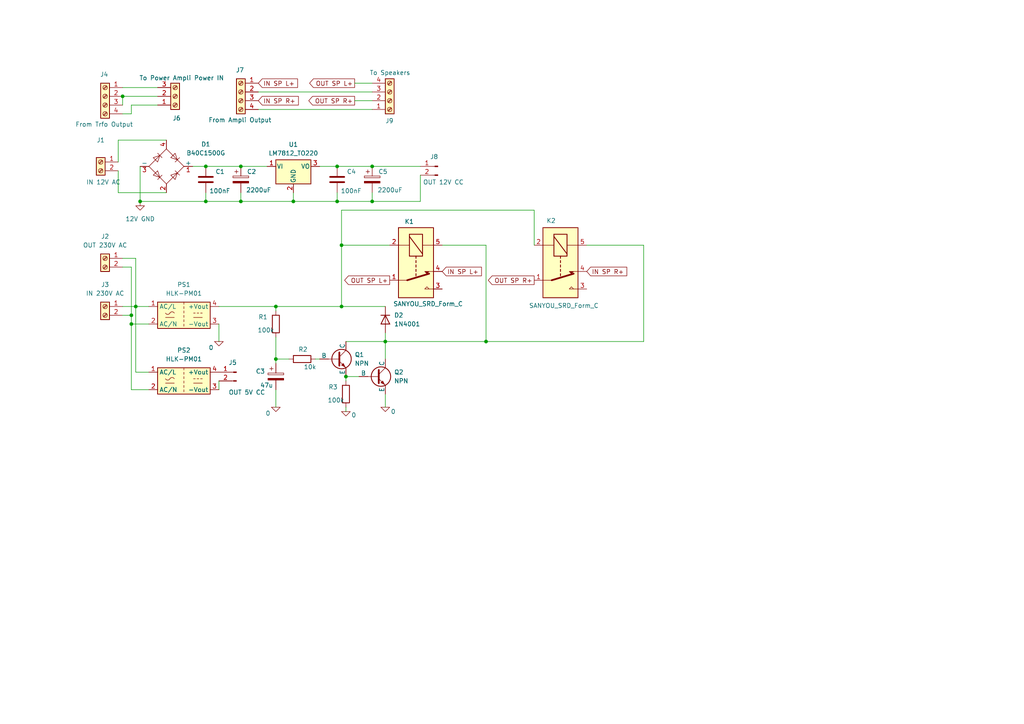
<source format=kicad_sch>
(kicad_sch (version 20250114) (generator "eeschema") (generator_version "9.0")
  (paper "A4")
  (lib_symbols
    (symbol "Connector:Conn_01x02_Pin" (pin_names (offset 1.016) (hide yes))
      (property "Reference" "J" (at 0 2.54 0))
      (property "Value" "Conn_01x02_Pin" (at 0 -5.08 0))
      (symbol "Conn_01x02_Pin_1_1"
        (rectangle (start 0.8636 0.127) (end 0 -0.127) (stroke (width 0.1524)) (fill (type outline)))
        (rectangle (start 0.8636 -2.413) (end 0 -2.667) (stroke (width 0.1524)) (fill (type outline)))
        (polyline (pts (xy 1.27 0) (xy 0.8636 0)) (stroke (width 0.1524)))
        (polyline (pts (xy 1.27 -2.54) (xy 0.8636 -2.54)) (stroke (width 0.1524)))
        (pin passive line (at 5.08 0 180) (length 3.81) (name "Pin_1") (number "1"))
        (pin passive line (at 5.08 -2.54 180) (length 3.81) (name "Pin_2") (number "2"))
      )
    )
    (symbol "Connector:Screw_Terminal_01x02" (pin_names (offset 1.016) (hide yes))
      (property "Reference" "J" (at 0 2.54 0))
      (property "Value" "Screw_Terminal_01x02" (at 0 -5.08 0))
      (symbol "Screw_Terminal_01x02_1_1"
        (rectangle (start -1.27 1.27) (end 1.27 -3.81) (stroke (width 0.254)) (fill (type background)))
        (polyline (pts (xy -0.5334 0.3302) (xy 0.3302 -0.508)) (stroke (width 0.1524)))
        (polyline (pts (xy -0.5334 -2.2098) (xy 0.3302 -3.048)) (stroke (width 0.1524)))
        (polyline (pts (xy -0.3556 0.508) (xy 0.508 -0.3302)) (stroke (width 0.1524)))
        (polyline (pts (xy -0.3556 -2.032) (xy 0.508 -2.8702)) (stroke (width 0.1524)))
        (circle (center 0 0) (radius 0.635) (stroke (width 0.1524)))
        (circle (center 0 -2.54) (radius 0.635) (stroke (width 0.1524)))
        (pin passive line (at -5.08 0 0) (length 3.81) (name "Pin_1") (number "1"))
        (pin passive line (at -5.08 -2.54 0) (length 3.81) (name "Pin_2") (number "2"))
      )
    )
    (symbol "Connector:Screw_Terminal_01x03" (pin_names (offset 1.016) (hide yes))
      (property "Reference" "J" (at 0 5.08 0))
      (property "Value" "Screw_Terminal_01x03" (at 0 -5.08 0))
      (symbol "Screw_Terminal_01x03_1_1"
        (rectangle (start -1.27 3.81) (end 1.27 -3.81) (stroke (width 0.254)) (fill (type background)))
        (polyline (pts (xy -0.5334 2.8702) (xy 0.3302 2.032)) (stroke (width 0.1524)))
        (polyline (pts (xy -0.5334 0.3302) (xy 0.3302 -0.508)) (stroke (width 0.1524)))
        (polyline (pts (xy -0.5334 -2.2098) (xy 0.3302 -3.048)) (stroke (width 0.1524)))
        (polyline (pts (xy -0.3556 3.048) (xy 0.508 2.2098)) (stroke (width 0.1524)))
        (polyline (pts (xy -0.3556 0.508) (xy 0.508 -0.3302)) (stroke (width 0.1524)))
        (polyline (pts (xy -0.3556 -2.032) (xy 0.508 -2.8702)) (stroke (width 0.1524)))
        (circle (center 0 2.54) (radius 0.635) (stroke (width 0.1524)))
        (circle (center 0 0) (radius 0.635) (stroke (width 0.1524)))
        (circle (center 0 -2.54) (radius 0.635) (stroke (width 0.1524)))
        (pin passive line (at -5.08 2.54 0) (length 3.81) (name "Pin_1") (number "1"))
        (pin passive line (at -5.08 0 0) (length 3.81) (name "Pin_2") (number "2"))
        (pin passive line (at -5.08 -2.54 0) (length 3.81) (name "Pin_3") (number "3"))
      )
    )
    (symbol "Connector:Screw_Terminal_01x04" (pin_names (offset 1.016) (hide yes))
      (property "Reference" "J" (at 0 5.08 0))
      (property "Value" "Screw_Terminal_01x04" (at 0 -7.62 0))
      (symbol "Screw_Terminal_01x04_1_1"
        (rectangle (start -1.27 3.81) (end 1.27 -6.35) (stroke (width 0.254)) (fill (type background)))
        (polyline (pts (xy -0.5334 2.8702) (xy 0.3302 2.032)) (stroke (width 0.1524)))
        (polyline (pts (xy -0.5334 0.3302) (xy 0.3302 -0.508)) (stroke (width 0.1524)))
        (polyline (pts (xy -0.5334 -2.2098) (xy 0.3302 -3.048)) (stroke (width 0.1524)))
        (polyline (pts (xy -0.5334 -4.7498) (xy 0.3302 -5.588)) (stroke (width 0.1524)))
        (polyline (pts (xy -0.3556 3.048) (xy 0.508 2.2098)) (stroke (width 0.1524)))
        (polyline (pts (xy -0.3556 0.508) (xy 0.508 -0.3302)) (stroke (width 0.1524)))
        (polyline (pts (xy -0.3556 -2.032) (xy 0.508 -2.8702)) (stroke (width 0.1524)))
        (polyline (pts (xy -0.3556 -4.572) (xy 0.508 -5.4102)) (stroke (width 0.1524)))
        (circle (center 0 2.54) (radius 0.635) (stroke (width 0.1524)))
        (circle (center 0 0) (radius 0.635) (stroke (width 0.1524)))
        (circle (center 0 -2.54) (radius 0.635) (stroke (width 0.1524)))
        (circle (center 0 -5.08) (radius 0.635) (stroke (width 0.1524)))
        (pin passive line (at -5.08 2.54 0) (length 3.81) (name "Pin_1") (number "1"))
        (pin passive line (at -5.08 0 0) (length 3.81) (name "Pin_2") (number "2"))
        (pin passive line (at -5.08 -2.54 0) (length 3.81) (name "Pin_3") (number "3"))
        (pin passive line (at -5.08 -5.08 0) (length 3.81) (name "Pin_4") (number "4"))
      )
    )
    (symbol "Converter_ACDC:HLK-PM01"
      (property "Reference" "PS" (at 0 5.08 0))
      (property "Value" "HLK-PM01" (at 0 -5.08 0))
      (symbol "HLK-PM01_0_1"
        (rectangle (start -7.62 3.81) (end 7.62 -3.81) (stroke (width 0.254)) (fill (type background)))
        (polyline (pts (xy -5.334 -0.635) (xy -2.794 -0.635)))
        (arc (start -4.064 0.635) (mid -4.699 0.2495) (end -5.334 0.635))
        (arc (start -4.064 0.635) (mid -3.429 1.0072) (end -2.794 0.635))
        (polyline (pts (xy 0 3.81) (xy 0 3.175)))
        (polyline (pts (xy 0 2.54) (xy 0 1.905)))
        (polyline (pts (xy 0 1.27) (xy 0 0.635)))
        (polyline (pts (xy 0 0) (xy 0 -0.635)))
        (polyline (pts (xy 0 -1.27) (xy 0 -1.905)))
        (polyline (pts (xy 0 -2.54) (xy 0 -3.175)))
        (polyline (pts (xy 2.794 0.635) (xy 3.302 0.635)))
        (polyline (pts (xy 2.794 -0.635) (xy 5.334 -0.635)))
        (polyline (pts (xy 3.81 0.635) (xy 4.318 0.635)))
        (polyline (pts (xy 4.826 0.635) (xy 5.334 0.635)))
      )
      (symbol "HLK-PM01_1_1"
        (pin power_in line (at -10.16 2.54 0) (length 2.54) (name "AC/L") (number "1"))
        (pin power_in line (at -10.16 -2.54 0) (length 2.54) (name "AC/N") (number "2"))
        (pin power_out line (at 10.16 2.54 180) (length 2.54) (name "+Vout") (number "4"))
        (pin power_out line (at 10.16 -2.54 180) (length 2.54) (name "-Vout") (number "3"))
      )
    )
    (symbol "Device:C" (pin_numbers (hide yes)) (pin_names (offset 0.254))
      (property "Reference" "C" (at 0.635 2.54 0))
      (property "Value" "C" (at 0.635 -2.54 0))
      (symbol "C_0_1"
        (polyline (pts (xy -2.032 0.762) (xy 2.032 0.762)) (stroke (width 0.508)))
        (polyline (pts (xy -2.032 -0.762) (xy 2.032 -0.762)) (stroke (width 0.508)))
      )
      (symbol "C_1_1"
        (pin passive line (at 0 3.81 270) (length 2.794) (name "~") (number "1"))
        (pin passive line (at 0 -3.81 90) (length 2.794) (name "~") (number "2"))
      )
    )
    (symbol "Device:C_Polarized" (pin_numbers (hide yes)) (pin_names (offset 0.254))
      (property "Reference" "C" (at 0.635 2.54 0))
      (property "Value" "C_Polarized" (at 0.635 -2.54 0))
      (symbol "C_Polarized_0_1"
        (rectangle (start -2.286 0.508) (end 2.286 1.016))
        (polyline (pts (xy -1.778 2.286) (xy -0.762 2.286)))
        (polyline (pts (xy -1.27 2.794) (xy -1.27 1.778)))
        (rectangle (start 2.286 -0.508) (end -2.286 -1.016) (fill (type outline)))
      )
      (symbol "C_Polarized_1_1"
        (pin passive line (at 0 3.81 270) (length 2.794) (name "~") (number "1"))
        (pin passive line (at 0 -3.81 90) (length 2.794) (name "~") (number "2"))
      )
    )
    (symbol "Device:R" (pin_numbers (hide yes)) (pin_names (offset 0))
      (property "Reference" "R" (at 2.032 0 90))
      (property "Value" "R" (at 0 0 90))
      (symbol "R_0_1"
        (rectangle (start -1.016 -2.54) (end 1.016 2.54) (stroke (width 0.254)))
      )
      (symbol "R_1_1"
        (pin passive line (at 0 3.81 270) (length 1.27) (name "~") (number "1"))
        (pin passive line (at 0 -3.81 90) (length 1.27) (name "~") (number "2"))
      )
    )
    (symbol "Diode:1N4001" (pin_numbers (hide yes)) (pin_names (hide yes))
      (property "Reference" "D" (at 0 2.54 0))
      (property "Value" "1N4001" (at 0 -2.54 0))
      (symbol "1N4001_0_1"
        (polyline (pts (xy -1.27 1.27) (xy -1.27 -1.27)) (stroke (width 0.254)))
        (polyline (pts (xy 1.27 1.27) (xy 1.27 -1.27) (xy -1.27 0) (xy 1.27 1.27)) (stroke (width 0.254)))
        (polyline (pts (xy 1.27 0) (xy -1.27 0)))
      )
      (symbol "1N4001_1_1"
        (pin passive line (at -3.81 0 0) (length 2.54) (name "K") (number "1"))
        (pin passive line (at 3.81 0 180) (length 2.54) (name "A") (number "2"))
      )
    )
    (symbol "Diode_Bridge:B40C1500G" (pin_names (offset 0))
      (property "Reference" "D" (at 2.54 6.985 0))
      (property "Value" "B40C1500G" (at 2.54 5.08 0))
      (symbol "B40C1500G_0_1"
        (polyline (pts (xy -5.08 0) (xy 0 -5.08) (xy 5.08 0) (xy 0 5.08) (xy -5.08 0)))
        (polyline (pts (xy -3.81 2.54) (xy -2.54 1.27) (xy -1.905 3.175) (xy -3.81 2.54)))
        (polyline (pts (xy -2.54 3.81) (xy -1.27 2.54)))
        (polyline (pts (xy -2.54 -1.27) (xy -3.81 -2.54) (xy -1.905 -3.175) (xy -2.54 -1.27)))
        (polyline (pts (xy -1.27 -2.54) (xy -2.54 -3.81)))
        (polyline (pts (xy 1.27 2.54) (xy 2.54 3.81) (xy 3.175 1.905) (xy 1.27 2.54)))
        (polyline (pts (xy 2.54 1.27) (xy 3.81 2.54)))
        (polyline (pts (xy 2.54 -1.27) (xy 3.81 -2.54)))
        (polyline (pts (xy 3.175 -1.905) (xy 1.27 -2.54) (xy 2.54 -3.81) (xy 3.175 -1.905)))
      )
      (symbol "B40C1500G_1_1"
        (pin passive line (at -7.62 0 0) (length 2.54) (name "-") (number "3"))
        (pin passive line (at 0 7.62 270) (length 2.54) (name "~") (number "4"))
        (pin passive line (at 0 -7.62 90) (length 2.54) (name "~") (number "2"))
        (pin passive line (at 7.62 0 180) (length 2.54) (name "+") (number "1"))
      )
    )
    (symbol "Regulator_Linear:LM7812_TO220" (pin_names (offset 0.254))
      (property "Reference" "U" (at -3.81 3.175 0))
      (property "Value" "LM7812_TO220" (at 0 3.175 0))
      (symbol "LM7812_TO220_0_1"
        (rectangle (start -5.08 1.905) (end 5.08 -5.08) (stroke (width 0.254)) (fill (type background)))
      )
      (symbol "LM7812_TO220_1_1"
        (pin power_in line (at -7.62 0 0) (length 2.54) (name "VI") (number "1"))
        (pin power_in line (at 0 -7.62 90) (length 2.54) (name "GND") (number "2"))
        (pin power_out line (at 7.62 0 180) (length 2.54) (name "VO") (number "3"))
      )
    )
    (symbol "Relay:SANYOU_SRD_Form_C"
      (property "Reference" "K" (at 11.43 3.81 0))
      (property "Value" "SANYOU_SRD_Form_C" (at 11.43 1.27 0))
      (symbol "SANYOU_SRD_Form_C_0_0"
        (polyline (pts (xy 7.62 5.08) (xy 7.62 2.54) (xy 6.985 3.175) (xy 7.62 3.81)))
      )
      (symbol "SANYOU_SRD_Form_C_0_1"
        (rectangle (start -10.16 5.08) (end 10.16 -5.08) (stroke (width 0.254)) (fill (type background)))
        (rectangle (start -8.255 1.905) (end -1.905 -1.905) (stroke (width 0.254)))
        (polyline (pts (xy -7.62 -1.905) (xy -2.54 1.905)) (stroke (width 0.254)))
        (polyline (pts (xy -5.08 5.08) (xy -5.08 1.905)))
        (polyline (pts (xy -5.08 -5.08) (xy -5.08 -1.905)))
        (polyline (pts (xy -1.905 0) (xy -1.27 0)) (stroke (width 0.254)))
        (polyline (pts (xy -0.635 0) (xy 0 0)) (stroke (width 0.254)))
        (polyline (pts (xy 0.635 0) (xy 1.27 0)) (stroke (width 0.254)))
        (polyline (pts (xy 1.905 0) (xy 2.54 0)) (stroke (width 0.254)))
        (polyline (pts (xy 3.175 0) (xy 3.81 0)) (stroke (width 0.254)))
        (polyline (pts (xy 5.08 -2.54) (xy 3.175 3.81)) (stroke (width 0.508)))
        (polyline (pts (xy 5.08 -2.54) (xy 5.08 -5.08)))
      )
      (symbol "SANYOU_SRD_Form_C_1_1"
        (polyline (pts (xy 2.54 3.81) (xy 3.175 3.175) (xy 2.54 2.54) (xy 2.54 5.08)) (fill (type outline)))
        (pin passive line (at -5.08 7.62 270) (length 2.54) (name "~") (number "5"))
        (pin passive line (at -5.08 -7.62 90) (length 2.54) (name "~") (number "2"))
        (pin passive line (at 2.54 7.62 270) (length 2.54) (name "~") (number "4"))
        (pin passive line (at 5.08 -7.62 90) (length 2.54) (name "~") (number "1"))
        (pin passive line (at 7.62 7.62 270) (length 2.54) (name "~") (number "3"))
      )
    )
    (symbol "Simulation_SPICE:0" (power) (pin_numbers (hide yes)) (pin_names (offset 0) (hide yes))
      (property "Value" "0" (at 0 -2.54 0))
      (symbol "0_0_1"
        (polyline (pts (xy -1.27 0) (xy 0 -1.27) (xy 1.27 0) (xy -1.27 0)))
      )
      (symbol "0_1_1"
        (pin power_in line (at 0 0 0) (length 0) (name "~") (number "1"))
      )
    )
    (symbol "Simulation_SPICE:NPN" (pin_numbers (hide yes)) (pin_names (offset 0))
      (property "Reference" "Q" (at -2.54 7.62 0))
      (property "Value" "NPN" (at -2.54 5.08 0))
      (symbol "NPN_0_1"
        (polyline (pts (xy -2.54 0) (xy 0.635 0)) (stroke (width 0.1524)))
        (polyline (pts (xy 0.635 1.905) (xy 0.635 -1.905) (xy 0.635 -1.905)) (stroke (width 0.508)))
        (polyline (pts (xy 0.635 0.635) (xy 2.54 2.54)))
        (polyline (pts (xy 0.635 -0.635) (xy 2.54 -2.54) (xy 2.54 -2.54)))
        (circle (center 1.27 0) (radius 2.8194) (stroke (width 0.254)))
        (polyline (pts (xy 1.27 -1.778) (xy 1.778 -1.27) (xy 2.286 -2.286) (xy 1.27 -1.778) (xy 1.27 -1.778)) (fill (type outline)))
        (polyline (pts (xy 2.794 -1.27) (xy 2.794 -1.27)) (stroke (width 0.1524)))
        (polyline (pts (xy 2.794 -1.27) (xy 2.794 -1.27)) (stroke (width 0.1524)))
      )
      (symbol "NPN_1_1"
        (pin input line (at -5.08 0 0) (length 2.54) (name "B") (number "2"))
        (pin open_collector line (at 2.54 5.08 270) (length 2.54) (name "C") (number "1"))
        (pin open_emitter line (at 2.54 -5.08 90) (length 2.54) (name "E") (number "3"))
      )
    )
    (symbol "power:GND" (power) (pin_numbers (hide yes)) (pin_names (offset 0) (hide yes))
      (property "Value" "GND" (at 0 -3.81 0))
      (symbol "GND_0_1"
        (polyline (pts (xy 0 0) (xy 0 -1.27) (xy 1.27 -1.27) (xy 0 -2.54) (xy -1.27 -1.27) (xy 0 -1.27)))
      )
      (symbol "GND_1_1"
        (pin power_in line (at 0 0 270) (length 0) (name "~") (number "1"))
      )
    )
  )
  (junction (at 111.76 99.06))
  (junction (at 100.33 109.22))
  (junction (at 107.95 58.42))
  (junction (at 40.64 58.42))
  (junction (at 38.1 93.98))
  (junction (at 80.01 104.14))
  (junction (at 59.69 58.42))
  (junction (at 35.56 27.94))
  (junction (at 99.06 71.12))
  (junction (at 107.95 48.26))
  (junction (at 69.85 48.26))
  (junction (at 97.79 58.42))
  (junction (at 140.97 99.06))
  (junction (at 85.09 58.42))
  (junction (at 69.85 58.42))
  (junction (at 39.37 88.9))
  (junction (at 97.79 48.26))
  (junction (at 59.69 48.26))
  (junction (at 99.06 88.9))
  (junction (at 38.1 91.44))
  (junction (at 80.01 88.9))
  (wire (pts (xy 69.85 48.26) (xy 77.47 48.26)))
  (wire (pts (xy 140.97 99.06) (xy 186.69 99.06)))
  (wire (pts (xy 100.33 99.06) (xy 111.76 99.06)))
  (wire (pts (xy 43.18 107.95) (xy 39.37 107.95)))
  (wire (pts (xy 34.29 46.99) (xy 34.29 40.64)))
  (wire (pts (xy 128.27 71.12) (xy 140.97 71.12)))
  (wire (pts (xy 85.09 55.88) (xy 85.09 58.42)))
  (wire (pts (xy 97.79 58.42) (xy 85.09 58.42)))
  (wire (pts (xy 38.1 113.03) (xy 38.1 93.98)))
  (wire (pts (xy 63.5 110.49) (xy 63.5 113.03)))
  (wire (pts (xy 100.33 119.38) (xy 100.33 118.11)))
  (wire (pts (xy 80.01 88.9) (xy 63.5 88.9)))
  (wire (pts (xy 59.69 48.26) (xy 69.85 48.26)))
  (wire (pts (xy 85.09 58.42) (xy 69.85 58.42)))
  (wire (pts (xy 38.1 93.98) (xy 43.18 93.98)))
  (wire (pts (xy 40.64 58.42) (xy 59.69 58.42)))
  (wire (pts (xy 38.1 91.44) (xy 35.56 91.44)))
  (wire (pts (xy 107.95 48.26) (xy 121.92 48.26)))
  (wire (pts (xy 107.95 58.42) (xy 97.79 58.42)))
  (wire (pts (xy 35.56 27.94) (xy 45.72 27.94)))
  (wire (pts (xy 69.85 58.42) (xy 59.69 58.42)))
  (wire (pts (xy 99.06 88.9) (xy 111.76 88.9)))
  (wire (pts (xy 35.56 27.94) (xy 35.56 30.48)))
  (wire (pts (xy 59.69 55.88) (xy 59.69 58.42)))
  (wire (pts (xy 154.94 71.12) (xy 154.94 60.96)))
  (wire (pts (xy 55.88 48.26) (xy 59.69 48.26)))
  (wire (pts (xy 43.18 113.03) (xy 38.1 113.03)))
  (wire (pts (xy 99.06 60.96) (xy 99.06 71.12)))
  (wire (pts (xy 38.1 30.48) (xy 45.72 30.48)))
  (wire (pts (xy 40.64 48.26) (xy 40.64 58.42)))
  (wire (pts (xy 80.01 105.41) (xy 80.01 104.14)))
  (wire (pts (xy 97.79 55.88) (xy 97.79 58.42)))
  (wire (pts (xy 100.33 109.22) (xy 104.14 109.22)))
  (wire (pts (xy 99.06 71.12) (xy 99.06 88.9)))
  (wire (pts (xy 92.71 48.26) (xy 97.79 48.26)))
  (wire (pts (xy 34.29 49.53) (xy 34.29 55.88)))
  (wire (pts (xy 39.37 88.9) (xy 43.18 88.9)))
  (wire (pts (xy 107.95 24.13) (xy 102.87 24.13)))
  (wire (pts (xy 111.76 96.52) (xy 111.76 99.06)))
  (wire (pts (xy 35.56 74.93) (xy 39.37 74.93)))
  (wire (pts (xy 35.56 25.4) (xy 45.72 25.4)))
  (wire (pts (xy 39.37 107.95) (xy 39.37 88.9)))
  (wire (pts (xy 97.79 48.26) (xy 107.95 48.26)))
  (wire (pts (xy 34.29 55.88) (xy 48.26 55.88)))
  (wire (pts (xy 80.01 97.79) (xy 80.01 104.14)))
  (wire (pts (xy 111.76 99.06) (xy 111.76 104.14)))
  (wire (pts (xy 35.56 33.02) (xy 38.1 33.02)))
  (wire (pts (xy 186.69 71.12) (xy 186.69 99.06)))
  (wire (pts (xy 63.5 93.98) (xy 63.5 99.06)))
  (wire (pts (xy 121.92 58.42) (xy 107.95 58.42)))
  (wire (pts (xy 80.01 104.14) (xy 83.82 104.14)))
  (wire (pts (xy 107.95 55.88) (xy 107.95 58.42)))
  (wire (pts (xy 80.01 88.9) (xy 80.01 90.17)))
  (wire (pts (xy 99.06 60.96) (xy 154.94 60.96)))
  (wire (pts (xy 121.92 50.8) (xy 121.92 58.42)))
  (wire (pts (xy 74.93 26.67) (xy 107.95 26.67)))
  (wire (pts (xy 38.1 33.02) (xy 38.1 30.48)))
  (wire (pts (xy 35.56 88.9) (xy 39.37 88.9)))
  (wire (pts (xy 39.37 74.93) (xy 39.37 88.9)))
  (wire (pts (xy 34.29 40.64) (xy 48.26 40.64)))
  (wire (pts (xy 74.93 31.75) (xy 107.95 31.75)))
  (wire (pts (xy 170.18 71.12) (xy 186.69 71.12)))
  (wire (pts (xy 38.1 77.47) (xy 38.1 91.44)))
  (wire (pts (xy 111.76 99.06) (xy 140.97 99.06)))
  (wire (pts (xy 35.56 77.47) (xy 38.1 77.47)))
  (wire (pts (xy 69.85 55.88) (xy 69.85 58.42)))
  (wire (pts (xy 99.06 71.12) (xy 113.03 71.12)))
  (wire (pts (xy 100.33 110.49) (xy 100.33 109.22)))
  (wire (pts (xy 80.01 88.9) (xy 99.06 88.9)))
  (wire (pts (xy 107.95 29.21) (xy 102.87 29.21)))
  (wire (pts (xy 38.1 91.44) (xy 38.1 93.98)))
  (wire (pts (xy 80.01 113.03) (xy 80.01 118.11)))
  (wire (pts (xy 91.44 104.14) (xy 92.71 104.14)))
  (wire (pts (xy 140.97 71.12) (xy 140.97 99.06)))
  (wire (pts (xy 111.76 114.3) (xy 111.76 118.11)))
  (global_label "OUT SP L+" (shape output) (at 102.87 24.13 180) (property "Intersheetrefs" "${INTERSHEET_REFS}" (effects (hide yes))))
  (global_label "IN SP L+" (shape input) (at 74.93 24.13 0) (property "Intersheetrefs" "${INTERSHEET_REFS}" (effects (hide yes))))
  (global_label "IN SP R+" (shape input) (at 74.93 29.21 0) (property "Intersheetrefs" "${INTERSHEET_REFS}" (effects (hide yes))))
  (global_label "OUT SP R+" (shape output) (at 154.94 81.28 180) (property "Intersheetrefs" "${INTERSHEET_REFS}" (effects (hide yes))))
  (global_label "IN SP R+" (shape input) (at 170.18 78.74 0) (property "Intersheetrefs" "${INTERSHEET_REFS}" (effects (hide yes))))
  (global_label "OUT SP R+" (shape output) (at 102.87 29.21 180) (property "Intersheetrefs" "${INTERSHEET_REFS}" (effects (hide yes))))
  (global_label "OUT SP L+" (shape output) (at 113.03 81.28 180) (property "Intersheetrefs" "${INTERSHEET_REFS}" (effects (hide yes))))
  (global_label "IN SP L+" (shape input) (at 128.27 78.74 0) (property "Intersheetrefs" "${INTERSHEET_REFS}" (effects (hide yes))))
  (symbol (lib_id "Connector:Screw_Terminal_01x02") (at 30.48 88.9 0) (mirror y) (unit 1)
    (property "Reference" "J3" (at 30.48 82.55 0))
    (property "Value" "IN 230V AC" (at 30.48 85.09 0))
    (property "Footprint" "TerminalBlock:TerminalBlock_Altech_AK300-2_P5.00mm" (effects (hide yes)))
    (property "Description" "Generic screw terminal, single row, 01x02, script generated (kicad-library-utils/schlib/autogen/connector/)" (effects (hide yes)))
  )
  (symbol (lib_id "Connector:Screw_Terminal_01x04") (at 69.85 26.67 0) (mirror y) (unit 1)
    (property "Reference" "J7" (at 69.596 20.32 0))
    (property "Value" "From Ampli Output" (at 69.596 34.798 0))
    (property "Footprint" "TerminalBlock:TerminalBlock_Altech_AK300-4_P5.00mm" (effects (hide yes)))
    (property "Description" "Generic screw terminal, single row, 01x04, script generated (kicad-library-utils/schlib/autogen/connector/)" (effects (hide yes)))
  )
  (symbol (lib_id "Simulation_SPICE:NPN") (at 109.22 109.22 0) (unit 1)
    (property "Reference" "Q2" (at 114.3 107.9499 0) (effects (justify left)))
    (property "Value" "NPN" (at 114.3 110.4899 0) (effects (justify left)))
    (property "Footprint" "Package_TO_SOT_THT:TO-3P-3_Vertical" (effects (hide yes)))
    (property "Datasheet" "https://ngspice.sourceforge.io/docs/ngspice-html-manual/manual.xhtml#cha_BJTs" (effects (hide yes)))
    (property "Description" "Bipolar transistor symbol for simulation only, substrate tied to the emitter" (effects (hide yes)))
    (property "Sim.Device" "NPN" (effects (hide yes)))
    (property "Sim.Type" "GUMMELPOON" (effects (hide yes)))
    (property "Sim.Pins" "1=C 2=B 3=E" (effects (hide yes)))
  )
  (symbol (lib_id "Relay:SANYOU_SRD_Form_C") (at 162.56 76.2 270) (unit 1)
    (property "Reference" "K2" (at 158.496 64.008 90) (effects (justify left)))
    (property "Value" "SANYOU_SRD_Form_C" (at 153.416 88.646 90) (effects (justify left)))
    (property "Footprint" "Relay_THT:Relay_SPDT_SANYOU_SRD_Series_Form_C" (effects (hide yes)))
    (property "Datasheet" "http://www.sanyourelay.ca/public/products/pdf/SRD.pdf" (effects (hide yes)))
    (property "Description" "Sanyo SRD relay, Single Pole Miniature Power Relay," (effects (hide yes)))
  )
  (symbol (lib_id "Connector:Conn_01x02_Pin") (at 68.58 107.95 0) (mirror y) (unit 1)
    (property "Reference" "J5" (at 66.294 105.156 0) (effects (justify right)))
    (property "Value" "OUT 5V CC" (at 66.294 113.792 0) (effects (justify right)))
    (property "Footprint" "Connector_JST:JST_XH_B2B-XH-A_1x02_P2.50mm_Vertical" (effects (hide yes)))
    (property "Description" "Generic connector, single row, 01x02, script generated" (effects (hide yes)))
  )
  (symbol (lib_id "Connector:Conn_01x02_Pin") (at 127 48.26 0) (mirror y) (unit 1)
    (property "Reference" "J8" (at 124.714 45.466 0) (effects (justify right)))
    (property "Value" "OUT 12V CC" (at 122.682 52.832 0) (effects (justify right)))
    (property "Footprint" "Connector_JST:JST_XH_B2B-XH-A_1x02_P2.50mm_Vertical" (effects (hide yes)))
    (property "Description" "Generic connector, single row, 01x02, script generated" (effects (hide yes)))
  )
  (symbol (lib_id "Device:C") (at 59.69 52.07 0) (unit 1)
    (property "Reference" "C1" (at 62.484 49.784 0) (effects (justify left)))
    (property "Value" "100nF" (at 60.706 55.372 0) (effects (justify left)))
    (property "Footprint" "Capacitor_THT:C_Disc_D8.0mm_W2.5mm_P5.00mm" (effects (hide yes)))
    (property "Description" "Unpolarized capacitor" (effects (hide yes)))
  )
  (symbol (lib_id "Connector:Screw_Terminal_01x02") (at 29.21 46.99 0) (mirror y) (unit 1)
    (property "Reference" "J1" (at 29.21 40.64 0))
    (property "Value" "IN 12V AC" (at 29.972 52.832 0))
    (property "Footprint" "TerminalBlock:TerminalBlock_Altech_AK300-2_P5.00mm" (effects (hide yes)))
    (property "Description" "Generic screw terminal, single row, 01x02, script generated (kicad-library-utils/schlib/autogen/connector/)" (effects (hide yes)))
  )
  (symbol (lib_id "Connector:Screw_Terminal_01x04") (at 30.48 27.94 0) (mirror y) (unit 1)
    (property "Reference" "J4" (at 30.226 21.59 0))
    (property "Value" "From Trfo Output" (at 30.226 36.068 0))
    (property "Footprint" "TerminalBlock:TerminalBlock_Altech_AK300-4_P5.00mm" (effects (hide yes)))
    (property "Description" "Generic screw terminal, single row, 01x04, script generated (kicad-library-utils/schlib/autogen/connector/)" (effects (hide yes)))
  )
  (symbol (lib_id "Simulation_SPICE:NPN") (at 97.79 104.14 0) (unit 1)
    (property "Reference" "Q1" (at 102.87 102.8699 0) (effects (justify left)))
    (property "Value" "NPN" (at 102.87 105.4099 0) (effects (justify left)))
    (property "Footprint" "Package_TO_SOT_THT:TO-92L_Inline_Wide" (effects (hide yes)))
    (property "Datasheet" "https://ngspice.sourceforge.io/docs/ngspice-html-manual/manual.xhtml#cha_BJTs" (effects (hide yes)))
    (property "Description" "Bipolar transistor symbol for simulation only, substrate tied to the emitter" (effects (hide yes)))
    (property "Sim.Device" "NPN" (effects (hide yes)))
    (property "Sim.Type" "GUMMELPOON" (effects (hide yes)))
    (property "Sim.Pins" "1=C 2=B 3=E" (effects (hide yes)))
  )
  (symbol (lib_id "Device:R") (at 80.01 93.98 0) (unit 1)
    (property "Reference" "R1" (at 74.93 91.948 0) (effects (justify left)))
    (property "Value" "100k" (at 74.676 95.758 0) (effects (justify left)))
    (property "Footprint" "Resistor_THT:R_Axial_DIN0411_L9.9mm_D3.6mm_P15.24mm_Horizontal" (effects (hide yes)))
    (property "Description" "Resistor" (effects (hide yes)))
  )
  (symbol (lib_id "Connector:Screw_Terminal_01x02") (at 30.48 74.93 0) (mirror y) (unit 1)
    (property "Reference" "J2" (at 30.48 68.58 0))
    (property "Value" "OUT 230V AC" (at 30.48 71.12 0))
    (property "Footprint" "TerminalBlock:TerminalBlock_Altech_AK300-2_P5.00mm" (effects (hide yes)))
    (property "Description" "Generic screw terminal, single row, 01x02, script generated (kicad-library-utils/schlib/autogen/connector/)" (effects (hide yes)))
  )
  (symbol (lib_id "Converter_ACDC:HLK-PM01") (at 53.34 91.44 0) (unit 1)
    (property "Reference" "PS1" (at 53.34 82.55 0))
    (property "Value" "HLK-PM01" (at 53.34 85.09 0))
    (property "Footprint" "Converter_ACDC:Converter_ACDC_Hi-Link_HLK-PMxx" (effects (hide yes)))
    (property "Datasheet" "https://h.hlktech.com/download/ACDC%E7%94%B5%E6%BA%90%E6%A8%A1%E5%9D%973W%E7%B3%BB%E5%88%97/1/%E6%B5%B7%E5%87%8C%E7%A7%913W%E7%B3%BB%E5%88%97%E7%94%B5%E6%BA%90%E6%A8%A1%E5%9D%97%E8%A7%84%E6%A0%BC%E4%B9%A6V2.8.pdf" (effects (hide yes)))
    (property "Description" "Compact AC/DC board mount power module 3W 5V" (effects (hide yes)))
  )
  (symbol (lib_id "Diode:1N4001") (at 111.76 92.71 270) (unit 1)
    (property "Reference" "D2" (at 114.3 91.4399 90) (effects (justify left)))
    (property "Value" "1N4001" (at 114.3 93.9799 90) (effects (justify left)))
    (property "Footprint" "Diode_THT:D_DO-41_SOD81_P10.16mm_Horizontal" (effects (hide yes)))
    (property "Datasheet" "http://www.vishay.com/docs/88503/1n4001.pdf" (effects (hide yes)))
    (property "Description" "50V 1A General Purpose Rectifier Diode, DO-41" (effects (hide yes)))
    (property "Sim.Device" "D" (effects (hide yes)))
    (property "Sim.Pins" "1=K 2=A" (effects (hide yes)))
  )
  (symbol (lib_id "Simulation_SPICE:0") (at 80.01 118.11 0) (unit 1)
    (property "Reference" "#GND02" (effects (hide yes)))
    (property "Value" "0" (at 77.724 119.888 0))
    (property "Datasheet" "https://ngspice.sourceforge.io/docs/ngspice-html-manual/manual.xhtml#subsec_Circuit_elements__device" (effects (hide yes)))
    (property "Description" "0V reference potential for simulation" (effects (hide yes)))
  )
  (symbol (lib_id "Device:C_Polarized") (at 69.85 52.07 0) (unit 1)
    (property "Reference" "C2" (at 71.628 49.784 0) (effects (justify left)))
    (property "Value" "2200uF" (at 71.374 55.118 0) (effects (justify left)))
    (property "Footprint" "Capacitor_THT:CP_Radial_D12.5mm_P5.00mm" (effects (hide yes)))
    (property "Description" "Polarized capacitor" (effects (hide yes)))
  )
  (symbol (lib_id "Regulator_Linear:LM7812_TO220") (at 85.09 48.26 0) (unit 1)
    (property "Reference" "U1" (at 85.09 41.91 0))
    (property "Value" "LM7812_TO220" (at 85.09 44.45 0))
    (property "Footprint" "Package_TO_SOT_THT:TO-220-3_Vertical" (effects (hide yes)))
    (property "Datasheet" "https://www.onsemi.cn/PowerSolutions/document/MC7800-D.PDF" (effects (hide yes)))
    (property "Description" "Positive 1A 35V Linear Regulator, Fixed Output 12V, TO-220" (effects (hide yes)))
  )
  (symbol (lib_id "Connector:Screw_Terminal_01x03") (at 50.8 27.94 0) (mirror x) (unit 1)
    (property "Reference" "J6" (at 50.038 34.29 0) (effects (justify left)))
    (property "Value" "To Power Ampli Power IN" (at 40.386 22.606 0) (effects (justify left)))
    (property "Footprint" "TerminalBlock:TerminalBlock_Altech_AK300-3_P5.00mm" (effects (hide yes)))
    (property "Description" "Generic screw terminal, single row, 01x03, script generated (kicad-library-utils/schlib/autogen/connector/)" (effects (hide yes)))
  )
  (symbol (lib_id "Simulation_SPICE:0") (at 111.76 118.11 0) (unit 1)
    (property "Reference" "#GND04" (effects (hide yes)))
    (property "Value" "0" (at 114.046 119.38 0))
    (property "Datasheet" "https://ngspice.sourceforge.io/docs/ngspice-html-manual/manual.xhtml#subsec_Circuit_elements__device" (effects (hide yes)))
    (property "Description" "0V reference potential for simulation" (effects (hide yes)))
  )
  (symbol (lib_id "Device:R") (at 87.63 104.14 90) (unit 1)
    (property "Reference" "R2" (at 87.884 101.346 90))
    (property "Value" "10k" (at 89.916 106.426 90))
    (property "Footprint" "Resistor_THT:R_Axial_DIN0411_L9.9mm_D3.6mm_P15.24mm_Horizontal" (effects (hide yes)))
    (property "Description" "Resistor" (effects (hide yes)))
  )
  (symbol (lib_id "Simulation_SPICE:0") (at 63.5 99.06 0) (unit 1)
    (property "Reference" "#GND01" (effects (hide yes)))
    (property "Value" "0" (at 61.214 100.838 0))
    (property "Datasheet" "https://ngspice.sourceforge.io/docs/ngspice-html-manual/manual.xhtml#subsec_Circuit_elements__device" (effects (hide yes)))
    (property "Description" "0V reference potential for simulation" (effects (hide yes)))
  )
  (symbol (lib_id "Device:C_Polarized") (at 80.01 109.22 0) (unit 1)
    (property "Reference" "C3" (at 74.168 107.696 0) (effects (justify left)))
    (property "Value" "47u" (at 75.438 111.76 0) (effects (justify left)))
    (property "Footprint" "Capacitor_THT:CP_Radial_D5.0mm_P2.50mm" (effects (hide yes)))
    (property "Description" "Polarized capacitor" (effects (hide yes)))
  )
  (symbol (lib_id "Connector:Screw_Terminal_01x04") (at 113.03 29.21 0) (mirror x) (unit 1)
    (property "Reference" "J9" (at 111.76 35.052 0) (effects (justify left)))
    (property "Value" "To Speakers" (at 107.188 21.082 0) (effects (justify left)))
    (property "Footprint" "TerminalBlock:TerminalBlock_Altech_AK300-4_P5.00mm" (effects (hide yes)))
    (property "Description" "Generic screw terminal, single row, 01x04, script generated (kicad-library-utils/schlib/autogen/connector/)" (effects (hide yes)))
  )
  (symbol (lib_id "Relay:SANYOU_SRD_Form_C") (at 120.65 76.2 270) (unit 1)
    (property "Reference" "K1" (at 117.348 64.262 90) (effects (justify left)))
    (property "Value" "SANYOU_SRD_Form_C" (at 114.046 88.138 90) (effects (justify left)))
    (property "Footprint" "Relay_THT:Relay_SPDT_SANYOU_SRD_Series_Form_C" (effects (hide yes)))
    (property "Datasheet" "http://www.sanyourelay.ca/public/products/pdf/SRD.pdf" (effects (hide yes)))
    (property "Description" "Sanyo SRD relay, Single Pole Miniature Power Relay," (effects (hide yes)))
  )
  (symbol (lib_id "Converter_ACDC:HLK-PM01") (at 53.34 110.49 0) (unit 1)
    (property "Reference" "PS2" (at 53.34 101.6 0))
    (property "Value" "HLK-PM01" (at 53.34 104.14 0))
    (property "Footprint" "Converter_ACDC:Converter_ACDC_Hi-Link_HLK-PMxx" (effects (hide yes)))
    (property "Datasheet" "https://h.hlktech.com/download/ACDC%E7%94%B5%E6%BA%90%E6%A8%A1%E5%9D%973W%E7%B3%BB%E5%88%97/1/%E6%B5%B7%E5%87%8C%E7%A7%913W%E7%B3%BB%E5%88%97%E7%94%B5%E6%BA%90%E6%A8%A1%E5%9D%97%E8%A7%84%E6%A0%BC%E4%B9%A6V2.8.pdf" (effects (hide yes)))
    (property "Description" "Compact AC/DC board mount power module 3W 5V" (effects (hide yes)))
  )
  (symbol (lib_id "Device:C_Polarized") (at 107.95 52.07 0) (unit 1)
    (property "Reference" "C5" (at 109.728 49.784 0) (effects (justify left)))
    (property "Value" "2200uF" (at 109.474 55.118 0) (effects (justify left)))
    (property "Footprint" "Capacitor_THT:CP_Radial_D12.5mm_P5.00mm" (effects (hide yes)))
    (property "Description" "Polarized capacitor" (effects (hide yes)))
  )
  (symbol (lib_id "Diode_Bridge:B40C1500G") (at 48.26 48.26 0) (unit 1)
    (property "Reference" "D1" (at 59.69 41.8398 0))
    (property "Value" "B40C1500G" (at 59.69 44.3798 0))
    (property "Footprint" "Diode_THT:Diode_Bridge_Round_D9.8mm" (effects (hide yes)))
    (property "Datasheet" "https://www.vishay.com/docs/88501/b40c1500g.pdf" (effects (hide yes)))
    (property "Description" "Glass Passivated Single-Phase Bridge Rectifier, 40V Vrms, 1.5A If, WOG package" (effects (hide yes)))
  )
  (symbol (lib_id "Device:R") (at 100.33 114.3 0) (unit 1)
    (property "Reference" "R3" (at 95.25 112.268 0) (effects (justify left)))
    (property "Value" "100k" (at 94.996 116.078 0) (effects (justify left)))
    (property "Footprint" "Resistor_THT:R_Axial_DIN0411_L9.9mm_D3.6mm_P15.24mm_Horizontal" (effects (hide yes)))
    (property "Description" "Resistor" (effects (hide yes)))
  )
  (symbol (lib_id "power:GND") (at 40.64 58.42 0) (unit 1)
    (property "Reference" "#PWR01" (effects (hide yes)))
    (property "Value" "12V GND" (at 40.64 63.5 0))
    (property "Description" "Power symbol creates a global label with name \"GND\" , ground" (effects (hide yes)))
  )
  (symbol (lib_id "Device:C") (at 97.79 52.07 0) (unit 1)
    (property "Reference" "C4" (at 100.584 49.784 0) (effects (justify left)))
    (property "Value" "100nF" (at 98.806 55.372 0) (effects (justify left)))
    (property "Footprint" "Capacitor_THT:C_Disc_D8.0mm_W2.5mm_P5.00mm" (effects (hide yes)))
    (property "Description" "Unpolarized capacitor" (effects (hide yes)))
  )
  (symbol (lib_id "Simulation_SPICE:0") (at 100.33 119.38 0) (unit 1)
    (property "Reference" "#GND03" (effects (hide yes)))
    (property "Value" "0" (at 102.616 120.396 0))
    (property "Datasheet" "https://ngspice.sourceforge.io/docs/ngspice-html-manual/manual.xhtml#subsec_Circuit_elements__device" (effects (hide yes)))
    (property "Description" "0V reference potential for simulation" (effects (hide yes)))
  )
)
</source>
